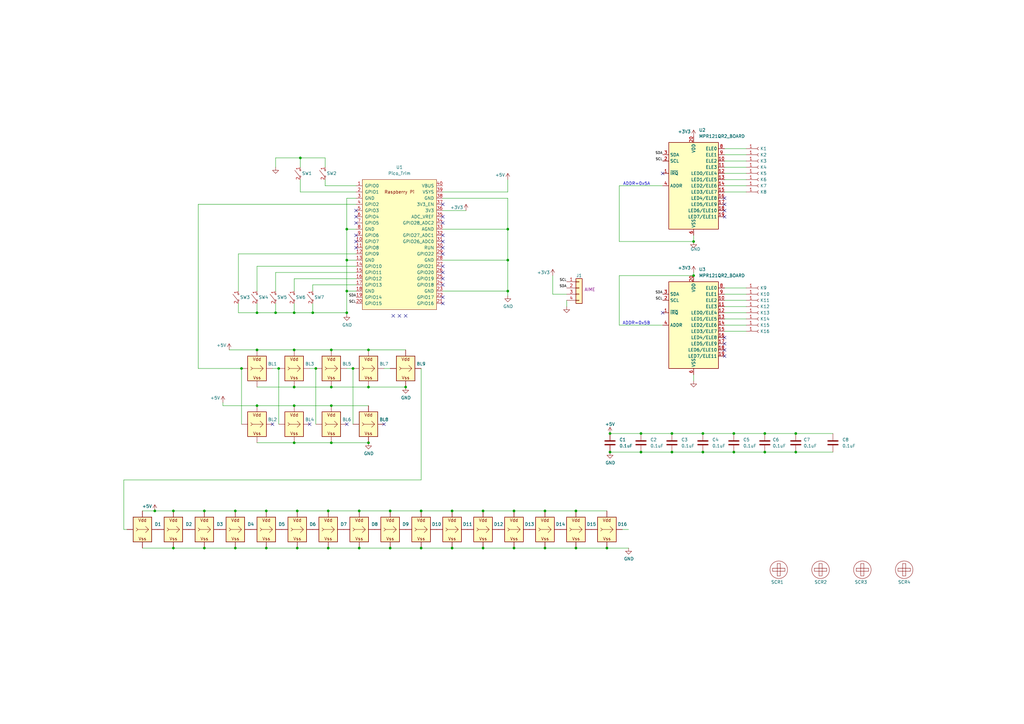
<source format=kicad_sch>
(kicad_sch (version 20231120) (generator "eeschema") (generator_version "8.0")
  (paper "A3")
  (lib_symbols
    (symbol "Connector:Conn_01x01_Female" (pin_names (offset 1.016) hide)
      (property "Reference" "J" (at 0 2.54 0))
      (property "Value" "Conn_01x01_Female" (at 0 -2.54 0))
      (symbol "Conn_01x01_Female_1_1"
        (polyline (pts (xy -1.27 0) (xy -0.508 0)) (stroke (width 0.1524)))
        (arc (start 0 0.508) (mid -0.5058 0) (end 0 -0.508) (stroke (width 0.1524)))
        (pin passive line (at -5.08 0 0) (length 3.81) (name "Pin_1") (number "1"))
      )
    )
    (symbol "Connector_Generic:Conn_01x04" (pin_names (offset 1.016) hide)
      (property "Reference" "J" (at 0 5.08 0))
      (property "Value" "Conn_01x04" (at 0 -7.62 0))
      (symbol "Conn_01x04_1_1"
        (rectangle (start -1.27 -4.953) (end 0 -5.207) (stroke (width 0.1524)))
        (rectangle (start -1.27 -2.413) (end 0 -2.667) (stroke (width 0.1524)))
        (rectangle (start -1.27 0.127) (end 0 -0.127) (stroke (width 0.1524)))
        (rectangle (start -1.27 2.667) (end 0 2.413) (stroke (width 0.1524)))
        (rectangle (start -1.27 3.81) (end 1.27 -6.35) (stroke (width 0.254)) (fill (type background)))
        (pin passive line (at -5.08 2.54 0) (length 3.81) (name "Pin_1") (number "1"))
        (pin passive line (at -5.08 0 0) (length 3.81) (name "Pin_2") (number "2"))
        (pin passive line (at -5.08 -2.54 0) (length 3.81) (name "Pin_3") (number "3"))
        (pin passive line (at -5.08 -5.08 0) (length 3.81) (name "Pin_4") (number "4"))
      )
    )
    (symbol "Device:C" (pin_numbers hide) (pin_names (offset 0.254))
      (property "Reference" "C" (at 0.635 2.54 0))
      (property "Value" "C" (at 0.635 -2.54 0))
      (symbol "C_0_1"
        (polyline (pts (xy -2.032 -0.762) (xy 2.032 -0.762)) (stroke (width 0.508)))
        (polyline (pts (xy -2.032 0.762) (xy 2.032 0.762)) (stroke (width 0.508)))
      )
      (symbol "C_1_1"
        (pin passive line (at 0 3.81 270) (length 2.794) (name "~") (number "1"))
        (pin passive line (at 0 -3.81 90) (length 2.794) (name "~") (number "2"))
      )
    )
    (symbol "agg:SWITCH_SPST" (pin_names (offset 0.0254) hide)
      (property "Reference" "SW" (at 0 3.81 0))
      (property "Value" "SWITCH_SPST" (at 0 -2.54 0))
      (symbol "SWITCH_SPST_1_1"
        (circle (center -1.27 0) (radius 0.254))
        (polyline (pts (xy -1.27 0.254) (xy 1.27 2.286)))
        (circle (center 1.27 0) (radius 0.254))
        (pin passive line (at 2.54 0 180) (length 1.016) (name "\"~{\"}") (number "1"))
        (pin passive line (at -2.54 0 0) (length 1.016) (name "\"~{\"}") (number "2"))
      )
    )
    (symbol "diva_main:MPR121QR2_BOARD"
      (property "Reference" "U" (at -10.16 19.05 0))
      (property "Value" "MPR121QR2_BOARD" (at 6.35 19.05 0))
      (symbol "MPR121QR2_BOARD_0_1"
        (rectangle (start -10.16 17.78) (end 10.16 -17.78) (stroke (width 0.254)) (fill (type background)))
      )
      (symbol "MPR121QR2_BOARD_1_1"
        (pin open_collector line (at -12.7 5.08 0) (length 2.54) (name "~{IRQ}") (number "1"))
        (pin passive line (at 12.7 10.16 180) (length 2.54) (name "ELE2") (number "10"))
        (pin passive line (at 12.7 7.62 180) (length 2.54) (name "ELE3") (number "11"))
        (pin passive line (at 12.7 5.08 180) (length 2.54) (name "LED0/ELE4") (number "12"))
        (pin passive line (at 12.7 2.54 180) (length 2.54) (name "LED1/ELE5") (number "13"))
        (pin passive line (at 12.7 0 180) (length 2.54) (name "LED2/ELE6") (number "14"))
        (pin passive line (at 12.7 -2.54 180) (length 2.54) (name "LED3/ELE7") (number "15"))
        (pin passive line (at 12.7 -5.08 180) (length 2.54) (name "LED4/ELE8") (number "16"))
        (pin passive line (at 12.7 -7.62 180) (length 2.54) (name "LED5/ELE9") (number "17"))
        (pin passive line (at 12.7 -10.16 180) (length 2.54) (name "LED6/ELE10") (number "18"))
        (pin passive line (at 12.7 -12.7 180) (length 2.54) (name "LED7/ELE11") (number "19"))
        (pin input line (at -12.7 10.16 0) (length 2.54) (name "SCL") (number "2"))
        (pin power_in line (at 0 20.32 270) (length 2.54) (name "VDD") (number "20"))
        (pin bidirectional line (at -12.7 12.7 0) (length 2.54) (name "SDA") (number "3"))
        (pin input line (at -12.7 0 0) (length 2.54) (name "ADDR") (number "4"))
        (pin power_in line (at 0 -20.32 90) (length 2.54) (name "VSS") (number "6"))
        (pin passive line (at 12.7 15.24 180) (length 2.54) (name "ELE0") (number "8"))
        (pin passive line (at 12.7 12.7 180) (length 2.54) (name "ELE1") (number "9"))
      )
    )
    (symbol "diva_main:Pico_Trim" (pin_names (offset 1.016))
      (property "Reference" "U" (at -13.97 27.94 0))
      (property "Value" "Pico_Trim" (at 0 19.05 0))
      (symbol "Pico_Trim_0_0"
        (text "Raspberry Pi" (at 0 21.59 0) (effects (font (size 1.27 1.27))))
      )
      (symbol "Pico_Trim_0_1"
        (rectangle (start -15.24 26.67) (end 15.24 -26.67) (fill (type background)))
      )
      (symbol "Pico_Trim_1_1"
        (pin bidirectional line (at -17.78 24.13 0) (length 2.54) (name "GPIO0") (number "1"))
        (pin bidirectional line (at -17.78 1.27 0) (length 2.54) (name "GPIO7") (number "10"))
        (pin bidirectional line (at -17.78 -1.27 0) (length 2.54) (name "GPIO8") (number "11"))
        (pin bidirectional line (at -17.78 -3.81 0) (length 2.54) (name "GPIO9") (number "12"))
        (pin power_in line (at -17.78 -6.35 0) (length 2.54) (name "GND") (number "13"))
        (pin bidirectional line (at -17.78 -8.89 0) (length 2.54) (name "GPIO10") (number "14"))
        (pin bidirectional line (at -17.78 -11.43 0) (length 2.54) (name "GPIO11") (number "15"))
        (pin bidirectional line (at -17.78 -13.97 0) (length 2.54) (name "GPIO12") (number "16"))
        (pin bidirectional line (at -17.78 -16.51 0) (length 2.54) (name "GPIO13") (number "17"))
        (pin power_in line (at -17.78 -19.05 0) (length 2.54) (name "GND") (number "18"))
        (pin bidirectional line (at -17.78 -21.59 0) (length 2.54) (name "GPIO14") (number "19"))
        (pin bidirectional line (at -17.78 21.59 0) (length 2.54) (name "GPIO1") (number "2"))
        (pin bidirectional line (at -17.78 -24.13 0) (length 2.54) (name "GPIO15") (number "20"))
        (pin bidirectional line (at 17.78 -24.13 180) (length 2.54) (name "GPIO16") (number "21"))
        (pin bidirectional line (at 17.78 -21.59 180) (length 2.54) (name "GPIO17") (number "22"))
        (pin power_in line (at 17.78 -19.05 180) (length 2.54) (name "GND") (number "23"))
        (pin bidirectional line (at 17.78 -16.51 180) (length 2.54) (name "GPIO18") (number "24"))
        (pin bidirectional line (at 17.78 -13.97 180) (length 2.54) (name "GPIO19") (number "25"))
        (pin bidirectional line (at 17.78 -11.43 180) (length 2.54) (name "GPIO20") (number "26"))
        (pin bidirectional line (at 17.78 -8.89 180) (length 2.54) (name "GPIO21") (number "27"))
        (pin power_in line (at 17.78 -6.35 180) (length 2.54) (name "GND") (number "28"))
        (pin bidirectional line (at 17.78 -3.81 180) (length 2.54) (name "GPIO22") (number "29"))
        (pin power_in line (at -17.78 19.05 0) (length 2.54) (name "GND") (number "3"))
        (pin input line (at 17.78 -1.27 180) (length 2.54) (name "RUN") (number "30"))
        (pin bidirectional line (at 17.78 1.27 180) (length 2.54) (name "GPIO26_ADC0") (number "31"))
        (pin bidirectional line (at 17.78 3.81 180) (length 2.54) (name "GPIO27_ADC1") (number "32"))
        (pin power_in line (at 17.78 6.35 180) (length 2.54) (name "AGND") (number "33"))
        (pin bidirectional line (at 17.78 8.89 180) (length 2.54) (name "GPIO28_ADC2") (number "34"))
        (pin unspecified line (at 17.78 11.43 180) (length 2.54) (name "ADC_VREF") (number "35"))
        (pin unspecified line (at 17.78 13.97 180) (length 2.54) (name "3V3") (number "36"))
        (pin input line (at 17.78 16.51 180) (length 2.54) (name "3V3_EN") (number "37"))
        (pin bidirectional line (at 17.78 19.05 180) (length 2.54) (name "GND") (number "38"))
        (pin unspecified line (at 17.78 21.59 180) (length 2.54) (name "VSYS") (number "39"))
        (pin bidirectional line (at -17.78 16.51 0) (length 2.54) (name "GPIO2") (number "4"))
        (pin unspecified line (at 17.78 24.13 180) (length 2.54) (name "VBUS") (number "40"))
        (pin bidirectional line (at -17.78 13.97 0) (length 2.54) (name "GPIO3") (number "5"))
        (pin bidirectional line (at -17.78 11.43 0) (length 2.54) (name "GPIO4") (number "6"))
        (pin bidirectional line (at -17.78 8.89 0) (length 2.54) (name "GPIO5") (number "7"))
        (pin power_in line (at -17.78 6.35 0) (length 2.54) (name "GND") (number "8"))
        (pin bidirectional line (at -17.78 3.81 0) (length 2.54) (name "GPIO6") (number "9"))
      )
    )
    (symbol "diva_main:WS2812B_Unified" (pin_numbers hide) (pin_names (offset 0.254) hide)
      (property "Reference" "D10" (at 2.54 6.35 0))
      (symbol "WS2812B_Unified_0_0"
        (polyline (pts (xy -1.905 0) (xy 2.54 0) (xy 1.27 1.27)))
        (text "Vdd" (at 0 3.81 0) (effects (font (size 1.27 1.27))))
        (text "Vss" (at 0 -3.81 0) (effects (font (size 1.27 1.27))))
      )
      (symbol "WS2812B_Unified_0_1"
        (rectangle (start -3.81 5.08) (end 3.81 -5.08) (stroke (width 0.254)) (fill (type background)))
        (polyline (pts (xy 1.27 -1.27) (xy 2.54 0)))
        (polyline (pts (xy -2.54 0.635) (xy -1.905 0) (xy -2.54 -0.635)))
      )
      (symbol "WS2812B_Unified_1_1"
        (pin power_in line (at 0 -7.62 90) (length 2.54) (name "VSS") (number "G"))
        (pin input line (at -6.35 0 0) (length 2.54) (name "In") (number "I"))
        (pin output line (at 6.35 0 180) (length 2.54) (name "Out") (number "O"))
        (pin power_in line (at 0 7.62 270) (length 2.54) (name "VDD") (number "V"))
      )
    )
    (symbol "iidx_teeny:ScrewHole" (pin_names (offset 0) hide)
      (property "Reference" "SCR?" (at 0.635 -5.715 0))
      (symbol "ScrewHole_0_1"
        (rectangle (start -2.54 0.635) (end 2.54 -0.635))
        (rectangle (start -0.635 2.54) (end 0.635 -2.54))
        (circle (center 0 0) (radius 3.5921))
      )
    )
    (symbol "power:+3V3" (power) (pin_names (offset 0))
      (property "Value" "+3V3" (at 0 3.556 0))
      (symbol "+3V3_0_1"
        (polyline (pts (xy -0.762 1.27) (xy 0 2.54)))
        (polyline (pts (xy 0 0) (xy 0 2.54)))
        (polyline (pts (xy 0 2.54) (xy 0.762 1.27)))
      )
      (symbol "+3V3_1_1"
        (pin power_in line (at 0 0 90) (length 0) hide (name "+3V3") (number "1"))
      )
    )
    (symbol "power:+5V" (power) (pin_names (offset 0))
      (property "Value" "+5V" (at 0 3.556 0))
      (symbol "+5V_0_1"
        (polyline (pts (xy -0.762 1.27) (xy 0 2.54)))
        (polyline (pts (xy 0 0) (xy 0 2.54)))
        (polyline (pts (xy 0 2.54) (xy 0.762 1.27)))
      )
      (symbol "+5V_1_1"
        (pin power_in line (at 0 0 90) (length 0) hide (name "+5V") (number "1"))
      )
    )
    (symbol "power:GND" (power) (pin_names (offset 0))
      (property "Value" "GND" (at 0 -3.81 0))
      (symbol "GND_0_1"
        (polyline (pts (xy 0 0) (xy 0 -1.27) (xy 1.27 -1.27) (xy 0 -2.54) (xy -1.27 -1.27) (xy 0 -1.27)))
      )
      (symbol "GND_1_1"
        (pin power_in line (at 0 0 270) (length 0) hide (name "GND") (number "1"))
      )
    )
  )
  (junction (at 123.19 64.77))
  (junction (at 109.22 224.79))
  (junction (at 99.06 151.13))
  (junction (at 147.32 209.55))
  (junction (at 300.99 185.42))
  (junction (at 96.52 224.79))
  (junction (at 135.89 181.61))
  (junction (at 135.89 158.75))
  (junction (at 236.22 209.55))
  (junction (at 248.92 224.79))
  (junction (at 185.42 224.79))
  (junction (at 151.13 181.61))
  (junction (at 151.13 143.51))
  (junction (at 135.89 166.37))
  (junction (at 160.02 209.55))
  (junction (at 129.54 151.13))
  (junction (at 121.92 224.79))
  (junction (at 109.22 209.55))
  (junction (at 134.62 224.79))
  (junction (at 262.89 185.42))
  (junction (at 250.19 177.8))
  (junction (at 185.42 209.55))
  (junction (at 120.65 128.27))
  (junction (at 223.52 224.79))
  (junction (at 144.78 151.13))
  (junction (at 142.24 119.38))
  (junction (at 83.82 224.79))
  (junction (at 250.19 185.42))
  (junction (at 114.3 151.13))
  (junction (at 313.69 185.42))
  (junction (at 284.48 99.06))
  (junction (at 313.69 177.8))
  (junction (at 63.5 209.55))
  (junction (at 166.37 158.75))
  (junction (at 120.65 181.61))
  (junction (at 121.92 209.55))
  (junction (at 105.41 128.27))
  (junction (at 134.62 209.55))
  (junction (at 288.29 177.8))
  (junction (at 236.22 224.79))
  (junction (at 288.29 185.42))
  (junction (at 172.72 224.79))
  (junction (at 262.89 177.8))
  (junction (at 160.02 224.79))
  (junction (at 275.59 177.8))
  (junction (at 326.39 185.42))
  (junction (at 113.03 128.27))
  (junction (at 135.89 143.51))
  (junction (at 300.99 177.8))
  (junction (at 142.24 106.68))
  (junction (at 120.65 143.51))
  (junction (at 71.12 209.55))
  (junction (at 120.65 158.75))
  (junction (at 223.52 209.55))
  (junction (at 210.82 224.79))
  (junction (at 326.39 177.8))
  (junction (at 198.12 209.55))
  (junction (at 105.41 143.51))
  (junction (at 96.52 209.55))
  (junction (at 142.24 93.98))
  (junction (at 198.12 224.79))
  (junction (at 83.82 209.55))
  (junction (at 128.27 128.27))
  (junction (at 142.24 128.27))
  (junction (at 210.82 209.55))
  (junction (at 208.28 106.68))
  (junction (at 208.28 93.98))
  (junction (at 120.65 166.37))
  (junction (at 71.12 224.79))
  (junction (at 147.32 224.79))
  (junction (at 284.48 113.03))
  (junction (at 105.41 166.37))
  (junction (at 275.59 185.42))
  (junction (at 208.28 119.38))
  (junction (at 151.13 158.75))
  (junction (at 172.72 209.55))
  (no_connect (at 163.83 129.54))
  (no_connect (at 297.18 81.28))
  (no_connect (at 297.18 146.05))
  (no_connect (at 297.18 83.82))
  (no_connect (at 181.61 121.92))
  (no_connect (at 146.05 99.06))
  (no_connect (at 297.18 143.51))
  (no_connect (at 181.61 101.6))
  (no_connect (at 181.61 104.14))
  (no_connect (at 181.61 109.22))
  (no_connect (at 181.61 111.76))
  (no_connect (at 181.61 83.82))
  (no_connect (at 181.61 88.9))
  (no_connect (at 161.29 129.54))
  (no_connect (at 181.61 91.44))
  (no_connect (at 181.61 124.46))
  (no_connect (at 111.76 173.99))
  (no_connect (at 157.48 173.99))
  (no_connect (at 297.18 138.43))
  (no_connect (at 297.18 140.97))
  (no_connect (at 181.61 96.52))
  (no_connect (at 297.18 86.36))
  (no_connect (at 181.61 116.84))
  (no_connect (at 146.05 96.52))
  (no_connect (at 181.61 99.06))
  (no_connect (at 127 173.99))
  (no_connect (at 142.24 173.99))
  (no_connect (at 271.78 71.12))
  (no_connect (at 297.18 88.9))
  (no_connect (at 146.05 86.36))
  (no_connect (at 271.78 128.27))
  (no_connect (at 181.61 114.3))
  (no_connect (at 166.37 129.54))
  (no_connect (at 146.05 101.6))
  (no_connect (at 146.05 91.44))
  (no_connect (at 146.05 88.9))
  (wire (pts (xy 284.48 156.21) (xy 284.48 153.67)))
  (wire (pts (xy 105.41 124.46) (xy 105.41 128.27)))
  (wire (pts (xy 181.61 86.36) (xy 191.135 86.36)))
  (wire (pts (xy 142.24 81.28) (xy 142.24 93.98)))
  (wire (pts (xy 160.02 224.79) (xy 172.72 224.79)))
  (wire (pts (xy 297.18 73.66) (xy 306.07 73.66)))
  (wire (pts (xy 128.27 128.27) (xy 142.24 128.27)))
  (wire (pts (xy 210.82 224.79) (xy 223.52 224.79)))
  (wire (pts (xy 50.8 217.17) (xy 52.07 217.17)))
  (wire (pts (xy 181.61 119.38) (xy 208.28 119.38)))
  (wire (pts (xy 297.18 63.5) (xy 306.07 63.5)))
  (wire (pts (xy 297.18 78.74) (xy 306.07 78.74)))
  (wire (pts (xy 313.69 185.42) (xy 326.39 185.42)))
  (wire (pts (xy 105.41 128.27) (xy 113.03 128.27)))
  (wire (pts (xy 236.22 209.55) (xy 248.92 209.55)))
  (wire (pts (xy 297.18 68.58) (xy 306.07 68.58)))
  (wire (pts (xy 146.05 104.14) (xy 97.79 104.14)))
  (wire (pts (xy 134.62 209.55) (xy 147.32 209.55)))
  (wire (pts (xy 208.28 81.28) (xy 208.28 93.98)))
  (wire (pts (xy 133.35 76.2) (xy 133.35 73.66)))
  (wire (pts (xy 306.07 120.65) (xy 297.18 120.65)))
  (wire (pts (xy 97.79 104.14) (xy 97.79 119.38)))
  (wire (pts (xy 83.82 224.79) (xy 96.52 224.79)))
  (wire (pts (xy 120.65 158.75) (xy 135.89 158.75)))
  (wire (pts (xy 185.42 224.79) (xy 198.12 224.79)))
  (wire (pts (xy 105.41 109.22) (xy 105.41 119.38)))
  (wire (pts (xy 297.18 76.2) (xy 306.07 76.2)))
  (wire (pts (xy 223.52 209.55) (xy 236.22 209.55)))
  (wire (pts (xy 297.18 60.96) (xy 306.07 60.96)))
  (wire (pts (xy 226.695 120.65) (xy 226.695 113.03)))
  (wire (pts (xy 284.48 99.06) (xy 284.48 96.52)))
  (wire (pts (xy 50.8 196.85) (xy 50.8 217.17)))
  (wire (pts (xy 105.41 143.51) (xy 120.65 143.51)))
  (wire (pts (xy 271.78 76.2) (xy 254 76.2)))
  (wire (pts (xy 157.48 151.13) (xy 160.02 151.13)))
  (wire (pts (xy 146.05 114.3) (xy 120.65 114.3)))
  (wire (pts (xy 105.41 158.75) (xy 120.65 158.75)))
  (wire (pts (xy 297.18 66.04) (xy 306.07 66.04)))
  (wire (pts (xy 151.13 158.75) (xy 166.37 158.75)))
  (wire (pts (xy 128.27 124.46) (xy 128.27 128.27)))
  (wire (pts (xy 146.05 111.76) (xy 113.03 111.76)))
  (wire (pts (xy 81.28 151.13) (xy 99.06 151.13)))
  (wire (pts (xy 223.52 224.79) (xy 236.22 224.79)))
  (wire (pts (xy 127 151.13) (xy 129.54 151.13)))
  (wire (pts (xy 142.24 93.98) (xy 142.24 106.68)))
  (wire (pts (xy 208.28 119.38) (xy 208.28 121.285)))
  (wire (pts (xy 248.92 224.79) (xy 257.81 224.79)))
  (wire (pts (xy 113.03 68.58) (xy 113.03 64.77)))
  (wire (pts (xy 254 133.35) (xy 254 113.03)))
  (wire (pts (xy 306.07 118.11) (xy 297.18 118.11)))
  (wire (pts (xy 326.39 177.8) (xy 341.63 177.8)))
  (wire (pts (xy 120.65 128.27) (xy 128.27 128.27)))
  (wire (pts (xy 121.92 224.79) (xy 134.62 224.79)))
  (wire (pts (xy 97.79 128.27) (xy 97.79 124.46)))
  (wire (pts (xy 262.89 177.8) (xy 275.59 177.8)))
  (wire (pts (xy 128.27 116.84) (xy 128.27 119.38)))
  (wire (pts (xy 109.22 209.55) (xy 121.92 209.55)))
  (wire (pts (xy 121.92 209.55) (xy 134.62 209.55)))
  (wire (pts (xy 113.03 128.27) (xy 120.65 128.27)))
  (wire (pts (xy 113.03 111.76) (xy 113.03 119.38)))
  (wire (pts (xy 275.59 185.42) (xy 288.29 185.42)))
  (wire (pts (xy 144.78 151.13) (xy 144.78 173.99)))
  (wire (pts (xy 198.12 209.55) (xy 210.82 209.55)))
  (wire (pts (xy 208.28 73.66) (xy 208.28 78.74)))
  (wire (pts (xy 123.19 78.74) (xy 123.19 73.66)))
  (wire (pts (xy 306.07 135.89) (xy 297.18 135.89)))
  (wire (pts (xy 93.98 143.51) (xy 105.41 143.51)))
  (wire (pts (xy 81.28 83.82) (xy 81.28 151.13)))
  (wire (pts (xy 123.19 64.77) (xy 123.19 68.58)))
  (wire (pts (xy 232.41 120.65) (xy 226.695 120.65)))
  (wire (pts (xy 71.12 209.55) (xy 83.82 209.55)))
  (wire (pts (xy 135.89 181.61) (xy 151.13 181.61)))
  (wire (pts (xy 133.35 64.77) (xy 133.35 68.58)))
  (wire (pts (xy 109.22 224.79) (xy 121.92 224.79)))
  (wire (pts (xy 172.72 151.13) (xy 172.72 196.85)))
  (wire (pts (xy 99.06 173.99) (xy 99.06 151.13)))
  (wire (pts (xy 172.72 196.85) (xy 50.8 196.85)))
  (wire (pts (xy 250.19 185.42) (xy 262.89 185.42)))
  (wire (pts (xy 160.02 209.55) (xy 172.72 209.55)))
  (wire (pts (xy 255.27 217.17) (xy 257.81 217.17)))
  (wire (pts (xy 113.03 124.46) (xy 113.03 128.27)))
  (wire (pts (xy 306.07 123.19) (xy 297.18 123.19)))
  (wire (pts (xy 135.89 143.51) (xy 151.13 143.51)))
  (wire (pts (xy 83.82 209.55) (xy 96.52 209.55)))
  (wire (pts (xy 63.5 209.55) (xy 71.12 209.55)))
  (wire (pts (xy 326.39 185.42) (xy 341.63 185.42)))
  (wire (pts (xy 120.65 166.37) (xy 135.89 166.37)))
  (wire (pts (xy 91.44 165.1) (xy 91.44 166.37)))
  (wire (pts (xy 146.05 76.2) (xy 133.35 76.2)))
  (wire (pts (xy 105.41 181.61) (xy 120.65 181.61)))
  (wire (pts (xy 96.52 224.79) (xy 109.22 224.79)))
  (wire (pts (xy 142.24 106.68) (xy 142.24 119.38)))
  (wire (pts (xy 262.89 185.42) (xy 275.59 185.42)))
  (wire (pts (xy 275.59 177.8) (xy 288.29 177.8)))
  (wire (pts (xy 297.18 71.12) (xy 306.07 71.12)))
  (wire (pts (xy 96.52 209.55) (xy 109.22 209.55)))
  (wire (pts (xy 284.48 111.76) (xy 284.48 113.03)))
  (wire (pts (xy 129.54 151.13) (xy 129.54 173.99)))
  (wire (pts (xy 236.22 224.79) (xy 248.92 224.79)))
  (wire (pts (xy 306.07 133.35) (xy 297.18 133.35)))
  (wire (pts (xy 113.03 64.77) (xy 123.19 64.77)))
  (wire (pts (xy 120.65 143.51) (xy 135.89 143.51)))
  (wire (pts (xy 172.72 224.79) (xy 185.42 224.79)))
  (wire (pts (xy 120.65 124.46) (xy 120.65 128.27)))
  (wire (pts (xy 300.99 185.42) (xy 313.69 185.42)))
  (wire (pts (xy 147.32 209.55) (xy 160.02 209.55)))
  (wire (pts (xy 146.05 116.84) (xy 128.27 116.84)))
  (wire (pts (xy 146.05 81.28) (xy 142.24 81.28)))
  (wire (pts (xy 142.24 119.38) (xy 146.05 119.38)))
  (wire (pts (xy 208.28 106.68) (xy 208.28 119.38)))
  (wire (pts (xy 254 113.03) (xy 284.48 113.03)))
  (wire (pts (xy 105.41 128.27) (xy 97.79 128.27)))
  (wire (pts (xy 134.62 224.79) (xy 147.32 224.79)))
  (wire (pts (xy 147.32 224.79) (xy 160.02 224.79)))
  (wire (pts (xy 146.05 78.74) (xy 123.19 78.74)))
  (wire (pts (xy 254 76.2) (xy 254 99.06)))
  (wire (pts (xy 120.65 181.61) (xy 135.89 181.61)))
  (wire (pts (xy 181.61 81.28) (xy 208.28 81.28)))
  (wire (pts (xy 58.42 209.55) (xy 63.5 209.55)))
  (wire (pts (xy 142.24 128.27) (xy 142.24 128.905)))
  (wire (pts (xy 300.99 177.8) (xy 313.69 177.8)))
  (wire (pts (xy 123.19 64.77) (xy 133.35 64.77)))
  (wire (pts (xy 181.61 106.68) (xy 208.28 106.68)))
  (wire (pts (xy 135.89 166.37) (xy 151.13 166.37)))
  (wire (pts (xy 111.76 151.13) (xy 114.3 151.13)))
  (wire (pts (xy 114.3 151.13) (xy 114.3 173.99)))
  (wire (pts (xy 71.12 224.79) (xy 83.82 224.79)))
  (wire (pts (xy 208.28 93.98) (xy 208.28 106.68)))
  (wire (pts (xy 185.42 209.55) (xy 198.12 209.55)))
  (wire (pts (xy 181.61 78.74) (xy 208.28 78.74)))
  (wire (pts (xy 288.29 185.42) (xy 300.99 185.42)))
  (wire (pts (xy 306.07 130.81) (xy 297.18 130.81)))
  (wire (pts (xy 271.78 133.35) (xy 254 133.35)))
  (wire (pts (xy 254 99.06) (xy 284.48 99.06)))
  (wire (pts (xy 181.61 93.98) (xy 208.28 93.98)))
  (wire (pts (xy 198.12 224.79) (xy 210.82 224.79)))
  (wire (pts (xy 172.72 209.55) (xy 185.42 209.55)))
  (wire (pts (xy 146.05 109.22) (xy 105.41 109.22)))
  (wire (pts (xy 105.41 166.37) (xy 120.65 166.37)))
  (wire (pts (xy 91.44 166.37) (xy 105.41 166.37)))
  (wire (pts (xy 210.82 209.55) (xy 223.52 209.55)))
  (wire (pts (xy 250.19 177.8) (xy 262.89 177.8)))
  (wire (pts (xy 135.89 158.75) (xy 151.13 158.75)))
  (wire (pts (xy 142.24 93.98) (xy 146.05 93.98)))
  (wire (pts (xy 120.65 114.3) (xy 120.65 119.38)))
  (wire (pts (xy 58.42 224.79) (xy 71.12 224.79)))
  (wire (pts (xy 232.41 123.19) (xy 232.41 125.73)))
  (wire (pts (xy 306.07 128.27) (xy 297.18 128.27)))
  (wire (pts (xy 306.07 125.73) (xy 297.18 125.73)))
  (wire (pts (xy 142.24 119.38) (xy 142.24 128.27)))
  (wire (pts (xy 142.24 106.68) (xy 146.05 106.68)))
  (wire (pts (xy 288.29 177.8) (xy 300.99 177.8)))
  (wire (pts (xy 151.13 143.51) (xy 166.37 143.51)))
  (wire (pts (xy 142.24 151.13) (xy 144.78 151.13)))
  (wire (pts (xy 81.28 83.82) (xy 146.05 83.82)))
  (wire (pts (xy 313.69 177.8) (xy 326.39 177.8)))
  (text "ADDR=0x5A" (at 266.7 76.2 0) (effects (font (size 1.27 1.27)) (justify right bottom)))
  (text "ADDR=0x5B" (at 266.7 133.35 0) (effects (font (size 1.27 1.27)) (justify right bottom)))
  (label "SCL" (at 146.05 124.46 180) (effects (font (size 1 1))))
  (label "SCL" (at 271.78 66.04 180) (effects (font (size 1 1))))
  (label "SDA" (at 232.41 118.11 180) (effects (font (size 1 1))))
  (label "SDA" (at 271.78 120.65 180) (effects (font (size 1 1))))
  (label "SCL" (at 271.78 123.19 180) (effects (font (size 1 1))))
  (label "SDA" (at 271.78 63.5 180) (effects (font (size 1 1))))
  (label "SCL" (at 232.41 115.57 180) (effects (font (size 1 1))))
  (label "SDA" (at 146.05 121.92 180) (effects (font (size 1 1))))
  (symbol (lib_id "power:+5V") (at 91.44 165.1 0) (unit 1)
    (property "Reference" "#PWR02" (effects (hide yes)))
    (property "Value" "+5V" (at 88.265 163.195 0))
  )
  (symbol (lib_id "Connector:Conn_01x01_Female") (at 311.15 125.73 0) (unit 1)
    (property "Reference" "K12" (at 311.785 125.7299 0) (effects (justify left)))
    (property "Value" "Conn_01x01_Female" (effects (hide yes)))
    (property "Footprint" "diva_main:DivaKey" (effects (hide yes)))
  )
  (symbol (lib_id "Connector:Conn_01x01_Female") (at 311.15 66.04 0) (unit 1)
    (property "Reference" "K3" (at 311.785 66.0399 0) (effects (justify left)))
    (property "Value" "Conn_01x01_Female" (effects (hide yes)))
    (property "Footprint" "diva_main:DivaKey" (effects (hide yes)))
  )
  (symbol (lib_id "power:GND") (at 284.48 99.06 0) (unit 1)
    (property "Reference" "#PWR0122" (effects (hide yes)))
    (property "Value" "GND" (at 285.242 102.1842 0))
  )
  (symbol (lib_id "agg:SWITCH_SPST") (at 105.41 121.92 90) (unit 1)
    (property "Reference" "SW4" (at 106.045 121.92 90) (effects (justify right)))
    (property "Value" "SWITCH_SPST" (effects (hide yes)))
    (property "Footprint" "diva_main:SW_Kailh_Choc_V1V2_1.00u_LED" (effects (hide yes)))
  )
  (symbol (lib_id "diva_main:WS2812B_Unified") (at 151.13 173.99 0) (unit 1)
    (property "Reference" "BL8" (at 157.48 172.085 0))
    (property "Value" "WS2812B_Unified" (effects (hide yes)))
    (property "Footprint" "diva_main:WS2812B-2835" (effects (hide yes)))
  )
  (symbol (lib_id "Device:C") (at 288.29 181.61 0) (unit 1)
    (property "Reference" "C4" (at 292.1 180.3399 0) (effects (justify left)))
    (property "Value" "0.1uF" (at 292.1 182.8799 0) (effects (justify left)))
    (property "Footprint" "Capacitor_SMD:C_0603_1608Metric_Pad1.08x0.95mm_HandSolder" (effects (hide yes)))
  )
  (symbol (lib_id "diva_main:WS2812B_Unified") (at 134.62 217.17 0) (unit 1)
    (property "Reference" "D7" (at 140.97 215.011 0))
    (property "Value" "WS2812B_Unified" (effects (hide yes)))
    (property "Footprint" "diva_main:WS2812B-4020" (effects (hide yes)))
  )
  (symbol (lib_id "Device:C") (at 275.59 181.61 0) (unit 1)
    (property "Reference" "C3" (at 279.4 180.3399 0) (effects (justify left)))
    (property "Value" "0.1uF" (at 279.4 182.8799 0) (effects (justify left)))
    (property "Footprint" "Capacitor_SMD:C_0603_1608Metric_Pad1.08x0.95mm_HandSolder" (effects (hide yes)))
  )
  (symbol (lib_id "diva_main:WS2812B_Unified") (at 135.89 151.13 0) (unit 1)
    (property "Reference" "BL5" (at 142.24 149.225 0))
    (property "Value" "WS2812B_Unified" (effects (hide yes)))
    (property "Footprint" "diva_main:WS2812B-2835" (effects (hide yes)))
  )
  (symbol (lib_id "diva_main:WS2812B_Unified") (at 160.02 217.17 0) (unit 1)
    (property "Reference" "D9" (at 166.37 215.011 0))
    (property "Value" "WS2812B_Unified" (effects (hide yes)))
    (property "Footprint" "diva_main:WS2812B-4020" (effects (hide yes)))
  )
  (symbol (lib_id "diva_main:WS2812B_Unified") (at 58.42 217.17 0) (unit 1)
    (property "Reference" "D1" (at 64.77 215.011 0))
    (property "Value" "WS2812B_Unified" (effects (hide yes)))
    (property "Footprint" "diva_main:WS2812B-4020" (effects (hide yes)))
  )
  (symbol (lib_id "Connector:Conn_01x01_Female") (at 311.15 60.96 0) (unit 1)
    (property "Reference" "K1" (at 311.785 60.9599 0) (effects (justify left)))
    (property "Value" "Conn_01x01_Female" (effects (hide yes)))
    (property "Footprint" "diva_main:DivaKey" (effects (hide yes)))
  )
  (symbol (lib_id "Connector:Conn_01x01_Female") (at 311.15 76.2 0) (unit 1)
    (property "Reference" "K7" (at 311.785 76.1999 0) (effects (justify left)))
    (property "Value" "Conn_01x01_Female" (effects (hide yes)))
    (property "Footprint" "diva_main:DivaKey" (effects (hide yes)))
  )
  (symbol (lib_id "power:+5V") (at 93.98 143.51 0) (unit 1)
    (property "Reference" "#PWR0115" (effects (hide yes)))
    (property "Value" "+5V" (at 90.805 141.605 0))
  )
  (symbol (lib_id "power:GND") (at 142.24 128.905 0) (unit 1)
    (property "Reference" "#PWR0125" (effects (hide yes)))
    (property "Value" "GND" (at 142.367 133.2992 0))
  )
  (symbol (lib_id "power:GND") (at 208.28 121.285 0) (unit 1)
    (property "Reference" "#PWR0103" (effects (hide yes)))
    (property "Value" "GND" (at 208.407 125.6792 0))
  )
  (symbol (lib_id "diva_main:WS2812B_Unified") (at 172.72 217.17 0) (unit 1)
    (property "Reference" "D10" (at 179.07 215.011 0))
    (property "Value" "WS2812B_Unified" (effects (hide yes)))
    (property "Footprint" "diva_main:WS2812B-4020" (effects (hide yes)))
  )
  (symbol (lib_id "Connector:Conn_01x01_Female") (at 311.15 128.27 0) (unit 1)
    (property "Reference" "K13" (at 311.785 128.27 0) (effects (justify left)))
    (property "Value" "Conn_01x01_Female" (effects (hide yes)))
    (property "Footprint" "diva_main:DivaKey" (effects (hide yes)))
  )
  (symbol (lib_id "diva_main:Pico_Trim") (at 163.83 100.33 0) (unit 1)
    (property "Reference" "U1" (at 163.83 68.58 0))
    (property "Value" "Pico_Trim" (at 163.83 71.12 0))
    (property "Footprint" "diva_main:RPi_Pico_SMD_No_USB" (effects (hide yes)))
  )
  (symbol (lib_id "diva_main:WS2812B_Unified") (at 210.82 217.17 0) (unit 1)
    (property "Reference" "D13" (at 217.17 215.011 0))
    (property "Value" "WS2812B_Unified" (effects (hide yes)))
    (property "Footprint" "diva_main:WS2812B-4020" (effects (hide yes)))
  )
  (symbol (lib_id "diva_main:WS2812B_Unified") (at 166.37 151.13 0) (unit 1)
    (property "Reference" "BL9" (at 172.72 149.225 0))
    (property "Value" "WS2812B_Unified" (effects (hide yes)))
    (property "Footprint" "diva_main:WS2812B-2835" (effects (hide yes)))
  )
  (symbol (lib_id "Device:C") (at 326.39 181.61 0) (unit 1)
    (property "Reference" "C7" (at 329.565 180.3399 0) (effects (justify left)))
    (property "Value" "0.1uF" (at 329.565 182.8799 0) (effects (justify left)))
    (property "Footprint" "Capacitor_SMD:C_0603_1608Metric_Pad1.08x0.95mm_HandSolder" (effects (hide yes)))
  )
  (symbol (lib_id "iidx_teeny:ScrewHole") (at 336.55 233.68 0) (unit 1)
    (property "Reference" "SCR2" (at 334.01 238.76 0) (effects (justify left)))
    (property "Value" "ScrewHole" (effects (hide yes)))
    (property "Footprint" "diva_main:MountingHole_3.2mm_M3" (effects (hide yes)))
  )
  (symbol (lib_id "agg:SWITCH_SPST") (at 133.35 71.12 90) (unit 1)
    (property "Reference" "SW2" (at 133.985 71.12 90) (effects (justify right)))
    (property "Value" "SWITCH_SPST" (effects (hide yes)))
    (property "Footprint" "diva_main:SKSTAAE010" (effects (hide yes)))
  )
  (symbol (lib_id "Connector:Conn_01x01_Female") (at 311.15 120.65 0) (unit 1)
    (property "Reference" "K10" (at 311.785 120.65 0) (effects (justify left)))
    (property "Value" "Conn_01x01_Female" (effects (hide yes)))
    (property "Footprint" "diva_main:DivaKey" (effects (hide yes)))
  )
  (symbol (lib_id "Connector:Conn_01x01_Female") (at 311.15 73.66 0) (unit 1)
    (property "Reference" "K6" (at 311.785 73.66 0) (effects (justify left)))
    (property "Value" "Conn_01x01_Female" (effects (hide yes)))
    (property "Footprint" "diva_main:DivaKey" (effects (hide yes)))
  )
  (symbol (lib_id "diva_main:WS2812B_Unified") (at 185.42 217.17 0) (unit 1)
    (property "Reference" "D11" (at 191.77 215.011 0))
    (property "Value" "WS2812B_Unified" (effects (hide yes)))
    (property "Footprint" "diva_main:WS2812B-4020" (effects (hide yes)))
  )
  (symbol (lib_id "power:GND") (at 284.48 156.21 0) (unit 1)
    (property "Reference" "#PWR0120" (effects (hide yes)))
    (property "Value" "GND" (effects (hide yes)))
  )
  (symbol (lib_id "diva_main:WS2812B_Unified") (at 135.89 173.99 0) (unit 1)
    (property "Reference" "BL6" (at 142.24 172.085 0))
    (property "Value" "WS2812B_Unified" (effects (hide yes)))
    (property "Footprint" "diva_main:WS2812B-2835" (effects (hide yes)))
  )
  (symbol (lib_id "diva_main:WS2812B_Unified") (at 198.12 217.17 0) (unit 1)
    (property "Reference" "D12" (at 204.47 215.011 0))
    (property "Value" "WS2812B_Unified" (effects (hide yes)))
    (property "Footprint" "diva_main:WS2812B-4020" (effects (hide yes)))
  )
  (symbol (lib_id "power:GND") (at 232.41 125.73 0) (unit 1)
    (property "Reference" "#PWR0108" (effects (hide yes)))
    (property "Value" "GND" (effects (hide yes)))
  )
  (symbol (lib_id "Device:C") (at 300.99 181.61 0) (unit 1)
    (property "Reference" "C5" (at 304.8 180.3399 0) (effects (justify left)))
    (property "Value" "0.1uF" (at 304.8 182.8799 0) (effects (justify left)))
    (property "Footprint" "Capacitor_SMD:C_0603_1608Metric_Pad1.08x0.95mm_HandSolder" (effects (hide yes)))
  )
  (symbol (lib_id "diva_main:WS2812B_Unified") (at 120.65 151.13 0) (unit 1)
    (property "Reference" "BL3" (at 127 149.225 0))
    (property "Value" "WS2812B_Unified" (effects (hide yes)))
    (property "Footprint" "diva_main:WS2812B-2835" (effects (hide yes)))
  )
  (symbol (lib_id "Connector:Conn_01x01_Female") (at 311.15 71.12 0) (unit 1)
    (property "Reference" "K5" (at 311.785 71.1199 0) (effects (justify left)))
    (property "Value" "Conn_01x01_Female" (effects (hide yes)))
    (property "Footprint" "diva_main:DivaKey" (effects (hide yes)))
  )
  (symbol (lib_id "Device:C") (at 341.63 181.61 0) (unit 1)
    (property "Reference" "C8" (at 345.44 180.3399 0) (effects (justify left)))
    (property "Value" "0.1uF" (at 345.44 182.8799 0) (effects (justify left)))
    (property "Footprint" "Capacitor_SMD:C_0603_1608Metric_Pad1.08x0.95mm_HandSolder" (effects (hide yes)))
  )
  (symbol (lib_id "Device:C") (at 313.69 181.61 0) (unit 1)
    (property "Reference" "C6" (at 316.865 180.3399 0) (effects (justify left)))
    (property "Value" "0.1uF" (at 316.865 182.8799 0) (effects (justify left)))
    (property "Footprint" "Capacitor_SMD:C_0603_1608Metric_Pad1.08x0.95mm_HandSolder" (effects (hide yes)))
  )
  (symbol (lib_id "diva_main:WS2812B_Unified") (at 105.41 173.99 0) (unit 1)
    (property "Reference" "BL2" (at 111.76 172.085 0))
    (property "Value" "WS2812B_Unified" (effects (hide yes)))
    (property "Footprint" "diva_main:WS2812B-2835" (effects (hide yes)))
  )
  (symbol (lib_id "diva_main:WS2812B_Unified") (at 105.41 151.13 0) (unit 1)
    (property "Reference" "BL1" (at 111.76 149.225 0))
    (property "Value" "WS2812B_Unified" (effects (hide yes)))
    (property "Footprint" "diva_main:WS2812B-2835" (effects (hide yes)))
  )
  (symbol (lib_id "diva_main:WS2812B_Unified") (at 147.32 217.17 0) (unit 1)
    (property "Reference" "D8" (at 153.67 215.011 0))
    (property "Value" "WS2812B_Unified" (effects (hide yes)))
    (property "Footprint" "diva_main:WS2812B-4020" (effects (hide yes)))
  )
  (symbol (lib_id "diva_main:MPR121QR2_BOARD") (at 284.48 133.35 0) (unit 1)
    (property "Reference" "U3" (at 286.6741 110.49 0) (effects (justify left)))
    (property "Value" "MPR121QR2_BOARD" (at 286.6741 113.03 0) (effects (justify left)))
    (property "Footprint" "diva_main:MPR121_BOARD" (effects (hide yes)))
    (property "Datasheet" "https://resurgentsemi.com/wp-content/uploads/2018/09/MPR121_rev5-Resurgent.pdf?d453f8&d453f8" (effects (hide yes)))
  )
  (symbol (lib_id "power:GND") (at 257.81 224.79 0) (unit 1)
    (property "Reference" "#PWR0101" (effects (hide yes)))
    (property "Value" "GND" (at 257.937 229.1842 0))
  )
  (symbol (lib_id "diva_main:WS2812B_Unified") (at 109.22 217.17 0) (unit 1)
    (property "Reference" "D5" (at 115.57 215.011 0))
    (property "Value" "WS2812B_Unified" (effects (hide yes)))
    (property "Footprint" "diva_main:WS2812B-4020" (effects (hide yes)))
  )
  (symbol (lib_id "Connector:Conn_01x01_Female") (at 311.15 130.81 0) (unit 1)
    (property "Reference" "K14" (at 311.785 130.81 0) (effects (justify left)))
    (property "Value" "Conn_01x01_Female" (effects (hide yes)))
    (property "Footprint" "diva_main:DivaKey" (effects (hide yes)))
  )
  (symbol (lib_id "diva_main:MPR121QR2_BOARD") (at 284.48 76.2 0) (unit 1)
    (property "Reference" "U2" (at 286.6741 53.34 0) (effects (justify left)))
    (property "Value" "MPR121QR2_BOARD" (at 286.6741 55.88 0) (effects (justify left)))
    (property "Footprint" "diva_main:MPR121_BOARD" (effects (hide yes)))
    (property "Datasheet" "https://resurgentsemi.com/wp-content/uploads/2018/09/MPR121_rev5-Resurgent.pdf?d453f8&d453f8" (effects (hide yes)))
  )
  (symbol (lib_id "diva_main:WS2812B_Unified") (at 223.52 217.17 0) (unit 1)
    (property "Reference" "D14" (at 229.87 215.011 0))
    (property "Value" "WS2812B_Unified" (effects (hide yes)))
    (property "Footprint" "diva_main:WS2812B-4020" (effects (hide yes)))
  )
  (symbol (lib_id "diva_main:WS2812B_Unified") (at 71.12 217.17 0) (unit 1)
    (property "Reference" "D2" (at 77.47 215.011 0))
    (property "Value" "WS2812B_Unified" (effects (hide yes)))
    (property "Footprint" "diva_main:WS2812B-4020" (effects (hide yes)))
  )
  (symbol (lib_id "power:GND") (at 113.03 68.58 0) (unit 1)
    (property "Reference" "#PWR04" (effects (hide yes)))
    (property "Value" "GND" (effects (hide yes)))
  )
  (symbol (lib_id "Device:C") (at 250.19 181.61 0) (unit 1)
    (property "Reference" "C1" (at 254 180.3399 0) (effects (justify left)))
    (property "Value" "0.1uF" (at 254 182.8799 0) (effects (justify left)))
    (property "Footprint" "Capacitor_SMD:C_0603_1608Metric_Pad1.08x0.95mm_HandSolder" (effects (hide yes)))
  )
  (symbol (lib_id "diva_main:WS2812B_Unified") (at 248.92 217.17 0) (unit 1)
    (property "Reference" "D16" (at 255.27 215.011 0))
    (property "Value" "WS2812B_Unified" (effects (hide yes)))
    (property "Footprint" "diva_main:WS2812B-4020" (effects (hide yes)))
  )
  (symbol (lib_id "power:+5V") (at 250.19 177.8 0) (unit 1)
    (property "Reference" "#PWR0107" (effects (hide yes)))
    (property "Value" "+5V" (at 250.19 173.99 0))
  )
  (symbol (lib_id "power:+5V") (at 208.28 73.66 0) (unit 1)
    (property "Reference" "#PWR01" (effects (hide yes)))
    (property "Value" "+5V" (at 205.105 71.755 0))
  )
  (symbol (lib_id "power:+3V3") (at 226.695 113.03 0) (unit 1)
    (property "Reference" "#PWR0109" (effects (hide yes)))
    (property "Value" "+3V3" (at 222.885 111.76 0))
  )
  (symbol (lib_id "agg:SWITCH_SPST") (at 120.65 121.92 90) (unit 1)
    (property "Reference" "SW6" (at 121.285 121.92 90) (effects (justify right)))
    (property "Value" "SWITCH_SPST" (effects (hide yes)))
    (property "Footprint" "diva_main:SW_Kailh_Choc_V1V2_1.00u_LED" (effects (hide yes)))
  )
  (symbol (lib_id "agg:SWITCH_SPST") (at 97.79 121.92 90) (unit 1)
    (property "Reference" "SW3" (at 98.425 121.92 90) (effects (justify right)))
    (property "Value" "SWITCH_SPST" (effects (hide yes)))
    (property "Footprint" "diva_main:SW_Kailh_Choc_V1V2_1.00u_LED" (effects (hide yes)))
  )
  (symbol (lib_id "power:GND") (at 151.13 181.61 0) (unit 1)
    (property "Reference" "#PWR03" (effects (hide yes)))
    (property "Value" "GND" (at 151.257 186.0042 0))
  )
  (symbol (lib_id "Connector:Conn_01x01_Female") (at 311.15 123.19 0) (unit 1)
    (property "Reference" "K11" (at 311.785 123.1899 0) (effects (justify left)))
    (property "Value" "Conn_01x01_Female" (effects (hide yes)))
    (property "Footprint" "diva_main:DivaKey" (effects (hide yes)))
  )
  (symbol (lib_id "power:GND") (at 166.37 158.75 0) (unit 1)
    (property "Reference" "#PWR0110" (effects (hide yes)))
    (property "Value" "GND" (at 166.497 163.1442 0))
  )
  (symbol (lib_id "power:+5V") (at 63.5 209.55 0) (unit 1)
    (property "Reference" "#PWR0102" (effects (hide yes)))
    (property "Value" "+5V" (at 60.325 207.645 0))
  )
  (symbol (lib_id "power:GND") (at 250.19 185.42 0) (unit 1)
    (property "Reference" "#PWR0106" (effects (hide yes)))
    (property "Value" "GND" (at 250.317 189.8142 0))
  )
  (symbol (lib_id "diva_main:WS2812B_Unified") (at 96.52 217.17 0) (unit 1)
    (property "Reference" "D4" (at 102.87 215.011 0))
    (property "Value" "WS2812B_Unified" (effects (hide yes)))
    (property "Footprint" "diva_main:WS2812B-4020" (effects (hide yes)))
  )
  (symbol (lib_id "power:+3V3") (at 284.48 111.76 0) (unit 1)
    (property "Reference" "#PWR0124" (effects (hide yes)))
    (property "Value" "+3V3" (at 280.67 109.855 0))
  )
  (symbol (lib_id "diva_main:WS2812B_Unified") (at 120.65 173.99 0) (unit 1)
    (property "Reference" "BL4" (at 127 172.085 0))
    (property "Value" "WS2812B_Unified" (effects (hide yes)))
    (property "Footprint" "diva_main:WS2812B-2835" (effects (hide yes)))
  )
  (symbol (lib_id "iidx_teeny:ScrewHole") (at 370.84 233.68 0) (unit 1)
    (property "Reference" "SCR4" (at 368.3 238.76 0) (effects (justify left)))
    (property "Value" "ScrewHole" (effects (hide yes)))
    (property "Footprint" "diva_main:MountingHole_3.2mm_M3" (effects (hide yes)))
  )
  (symbol (lib_id "iidx_teeny:ScrewHole") (at 319.405 233.68 0) (unit 1)
    (property "Reference" "SCR1" (at 316.23 238.76 0) (effects (justify left)))
    (property "Value" "ScrewHole" (effects (hide yes)))
    (property "Footprint" "diva_main:MountingHole_3.2mm_M3" (effects (hide yes)))
  )
  (symbol (lib_id "agg:SWITCH_SPST") (at 128.27 121.92 90) (unit 1)
    (property "Reference" "SW7" (at 128.905 121.92 90) (effects (justify right)))
    (property "Value" "SWITCH_SPST" (effects (hide yes)))
    (property "Footprint" "diva_main:B3F4000" (effects (hide yes)))
  )
  (symbol (lib_id "Connector:Conn_01x01_Female") (at 311.15 78.74 0) (unit 1)
    (property "Reference" "K8" (at 311.785 78.74 0) (effects (justify left)))
    (property "Value" "Conn_01x01_Female" (effects (hide yes)))
    (property "Footprint" "diva_main:DivaKeyBiasLeft" (effects (hide yes)))
  )
  (symbol (lib_id "agg:SWITCH_SPST") (at 113.03 121.92 90) (unit 1)
    (property "Reference" "SW5" (at 113.665 121.92 90) (effects (justify right)))
    (property "Value" "SWITCH_SPST" (effects (hide yes)))
    (property "Footprint" "diva_main:SW_Kailh_Choc_V1V2_1.00u_LED" (effects (hide yes)))
  )
  (symbol (lib_id "Connector:Conn_01x01_Female") (at 311.15 133.35 0) (unit 1)
    (property "Reference" "K15" (at 311.785 133.35 0) (effects (justify left)))
    (property "Value" "Conn_01x01_Female" (effects (hide yes)))
    (property "Footprint" "diva_main:DivaKey" (effects (hide yes)))
  )
  (symbol (lib_id "iidx_teeny:ScrewHole") (at 353.695 233.68 0) (unit 1)
    (property "Reference" "SCR3" (at 350.52 238.76 0) (effects (justify left)))
    (property "Value" "ScrewHole" (effects (hide yes)))
    (property "Footprint" "diva_main:MountingHole_3.2mm_M3" (effects (hide yes)))
  )
  (symbol (lib_id "power:+3V3") (at 284.48 55.88 0) (unit 1)
    (property "Reference" "#PWR0123" (effects (hide yes)))
    (property "Value" "+3V3" (at 280.67 53.975 0))
  )
  (symbol (lib_id "power:+3V3") (at 191.135 86.36 0) (unit 1)
    (property "Reference" "#PWR0111" (effects (hide yes)))
    (property "Value" "+3V3" (at 187.325 85.09 0))
  )
  (symbol (lib_id "Connector:Conn_01x01_Female") (at 311.15 68.58 0) (unit 1)
    (property "Reference" "K4" (at 311.785 68.58 0) (effects (justify left)))
    (property "Value" "Conn_01x01_Female" (effects (hide yes)))
    (property "Footprint" "diva_main:DivaKey" (effects (hide yes)))
  )
  (symbol (lib_id "Connector:Conn_01x01_Female") (at 311.15 118.11 0) (unit 1)
    (property "Reference" "K9" (at 311.785 118.1099 0) (effects (justify left)))
    (property "Value" "Conn_01x01_Female" (effects (hide yes)))
    (property "Footprint" "diva_main:DivaKeyBiasRight" (effects (hide yes)))
  )
  (symbol (lib_id "diva_main:WS2812B_Unified") (at 236.22 217.17 0) (unit 1)
    (property "Reference" "D15" (at 242.57 215.011 0))
    (property "Value" "WS2812B_Unified" (effects (hide yes)))
    (property "Footprint" "diva_main:WS2812B-4020" (effects (hide yes)))
  )
  (symbol (lib_id "Connector_Generic:Conn_01x04") (at 237.49 118.11 0) (unit 1)
    (property "Reference" "J1" (at 237.49 113.03 0))
    (property "Value" "Conn_01x04" (effects (hide yes)))
    (property "Footprint" "diva_main:PN532" (effects (hide yes)))
    (property "Field4" "AIME" (at 241.935 118.745 0))
  )
  (symbol (lib_id "diva_main:WS2812B_Unified") (at 121.92 217.17 0) (unit 1)
    (property "Reference" "D6" (at 128.27 215.011 0))
    (property "Value" "WS2812B_Unified" (effects (hide yes)))
    (property "Footprint" "diva_main:WS2812B-4020" (effects (hide yes)))
  )
  (symbol (lib_id "Device:C") (at 262.89 181.61 0) (unit 1)
    (property "Reference" "C2" (at 266.7 180.3399 0) (effects (justify left)))
    (property "Value" "0.1uF" (at 266.7 182.8799 0) (effects (justify left)))
    (property "Footprint" "Capacitor_SMD:C_0603_1608Metric_Pad1.08x0.95mm_HandSolder" (effects (hide yes)))
  )
  (symbol (lib_id "diva_main:WS2812B_Unified") (at 151.13 151.13 0) (unit 1)
    (property "Reference" "BL7" (at 157.48 149.225 0))
    (property "Value" "WS2812B_Unified" (effects (hide yes)))
    (property "Footprint" "diva_main:WS2812B-2835" (effects (hide yes)))
  )
  (symbol (lib_id "Connector:Conn_01x01_Female") (at 311.15 135.89 0) (unit 1)
    (property "Reference" "K16" (at 311.785 135.89 0) (effects (justify left)))
    (property "Value" "Conn_01x01_Female" (effects (hide yes)))
    (property "Footprint" "diva_main:DivaKey" (effects (hide yes)))
  )
  (symbol (lib_id "Connector:Conn_01x01_Female") (at 311.15 63.5 0) (unit 1)
    (property "Reference" "K2" (at 311.785 63.5 0) (effects (justify left)))
    (property "Value" "Conn_01x01_Female" (effects (hide yes)))
    (property "Footprint" "diva_main:DivaKey" (effects (hide yes)))
  )
  (symbol (lib_id "diva_main:WS2812B_Unified") (at 83.82 217.17 0) (unit 1)
    (property "Reference" "D3" (at 90.17 215.011 0))
    (property "Value" "WS2812B_Unified" (effects (hide yes)))
    (property "Footprint" "diva_main:WS2812B-4020" (effects (hide yes)))
  )
  (symbol (lib_id "agg:SWITCH_SPST") (at 123.19 71.12 90) (unit 1)
    (property "Reference" "SW1" (at 123.825 71.12 90) (effects (justify right)))
    (property "Value" "SWITCH_SPST" (effects (hide yes)))
    (property "Footprint" "diva_main:SKSTAAE010" (effects (hide yes)))
  )
)
</source>
